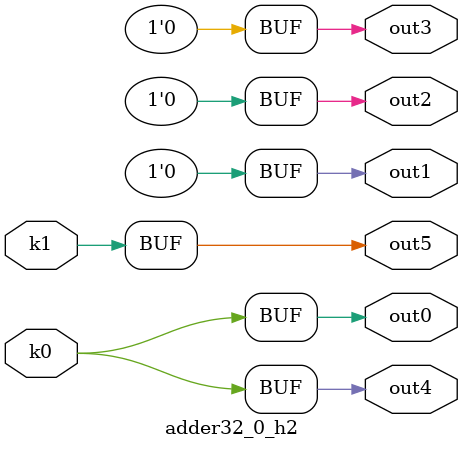
<source format=v>
module adder32_0(pi00, pi01, pi02, pi03, pi04, pi05, pi06, pi07, pi08, pi09, pi10, po0, po1, po2, po3, po4, po5);
input pi00, pi01, pi02, pi03, pi04, pi05, pi06, pi07, pi08, pi09, pi10;
output po0, po1, po2, po3, po4, po5;
wire k0, k1;
adder32_0_w2 DUT1 (pi00, pi01, pi02, pi03, pi04, pi05, pi06, pi07, pi08, pi09, pi10, k0, k1);
adder32_0_h2 DUT2 (k0, k1, po0, po1, po2, po3, po4, po5);
endmodule

module adder32_0_w2(in10, in9, in8, in7, in6, in5, in4, in3, in2, in1, in0, k1, k0);
input in10, in9, in8, in7, in6, in5, in4, in3, in2, in1, in0;
output k1, k0;
assign k0 =   ((~in9 ^ in4) & ((in10 & (in5 | ~in0)) | (in5 & ~in0))) | (((~in5 & in0) | (~in10 & (~in5 | in0))) & (in9 ^ in4));
assign k1 =   in10 ? (~in5 ^ in0) : (in5 ^ in0);
endmodule

module adder32_0_h2(k1, k0, out5, out4, out3, out2, out1, out0);
input k1, k0;
output out5, out4, out3, out2, out1, out0;
assign out0 = k0;
assign out1 = 0;
assign out2 = 0;
assign out3 = 0;
assign out4 = k0;
assign out5 = k1;
endmodule

</source>
